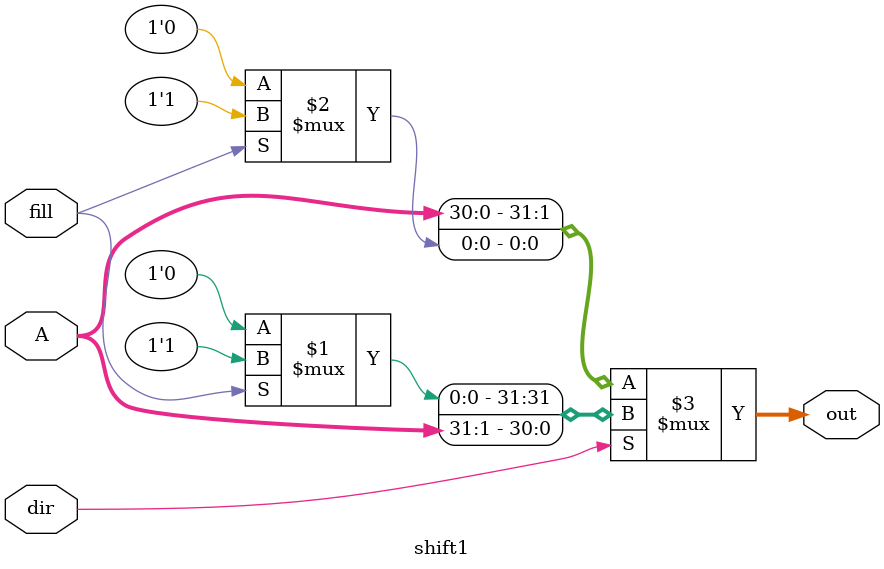
<source format=v>
module shift1(out, A, dir, fill);
    input [31:0] A;
    output [31:0] out;
    input dir, fill;
    
    // if dir is 0, shift left, else shift right
    // if fill is 1, fill with ones, else fill with zeros
    assign out = dir ? {fill ? 1'b1 : 1'b0, A[31:1]} : {A[30:0], fill ? 1'b1 : 1'b0};
endmodule
</source>
